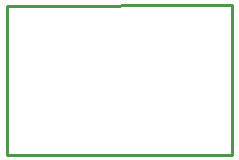
<source format=gbr>
G04 EAGLE Gerber RS-274X export*
G75*
%MOMM*%
%FSLAX34Y34*%
%LPD*%
%IN*%
%IPPOS*%
%AMOC8*
5,1,8,0,0,1.08239X$1,22.5*%
G01*
%ADD10C,0.254000*%


D10*
X0Y0D02*
X190300Y0D01*
X190300Y126900D01*
X0Y125900D01*
X0Y0D01*
M02*

</source>
